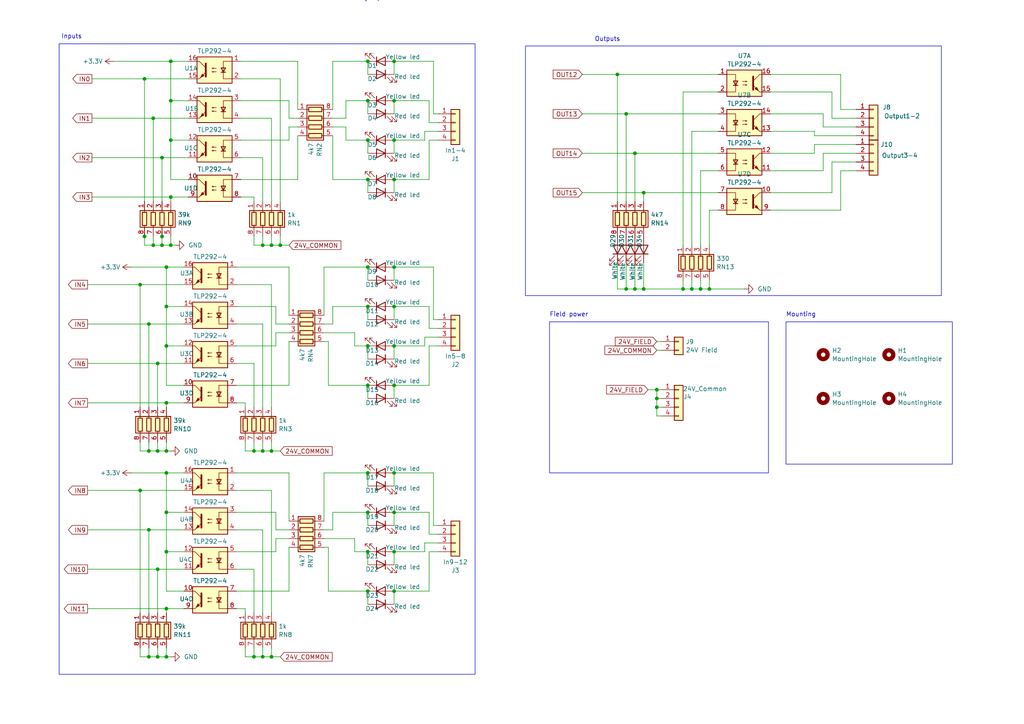
<source format=kicad_sch>
(kicad_sch (version 20231120) (generator "eeschema") (generator_version "8.0")
  (paper "A4")
  (title_block (title "MetalMusings EaserCAT 3000"))
  (lib_symbols
    (symbol "Connector_Generic:Conn_01x02" (pin_names (offset 1.016) hide)
      (property "Reference" "J" (at 0 2.54 0))
      (property "Value" "Conn_01x02" (at 0 -5.08 0))
      (symbol "Conn_01x02_1_1"
        (rectangle (start -1.27 -2.413) (end 0 -2.667) (stroke (width 0.1524)))
        (rectangle (start -1.27 0.127) (end 0 -0.127) (stroke (width 0.1524)))
        (rectangle (start -1.27 1.27) (end 1.27 -3.81) (stroke (width 0.254)) (fill (type background)))
        (pin passive line (at -5.08 0 0) (length 3.81) (name "Pin_1") (number "1"))
        (pin passive line (at -5.08 -2.54 0) (length 3.81) (name "Pin_2") (number "2"))
      )
    )
    (symbol "Connector_Generic:Conn_01x04" (pin_names (offset 1.016) hide)
      (property "Reference" "J" (at 0 5.08 0))
      (property "Value" "Conn_01x04" (at 0 -7.62 0))
      (symbol "Conn_01x04_1_1"
        (rectangle (start -1.27 -4.953) (end 0 -5.207) (stroke (width 0.1524)))
        (rectangle (start -1.27 -2.413) (end 0 -2.667) (stroke (width 0.1524)))
        (rectangle (start -1.27 0.127) (end 0 -0.127) (stroke (width 0.1524)))
        (rectangle (start -1.27 2.667) (end 0 2.413) (stroke (width 0.1524)))
        (rectangle (start -1.27 3.81) (end 1.27 -6.35) (stroke (width 0.254)) (fill (type background)))
        (pin passive line (at -5.08 2.54 0) (length 3.81) (name "Pin_1") (number "1"))
        (pin passive line (at -5.08 0 0) (length 3.81) (name "Pin_2") (number "2"))
        (pin passive line (at -5.08 -2.54 0) (length 3.81) (name "Pin_3") (number "3"))
        (pin passive line (at -5.08 -5.08 0) (length 3.81) (name "Pin_4") (number "4"))
      )
    )
    (symbol "Device:LED" (pin_numbers hide) (pin_names (offset 1.016) hide)
      (property "Reference" "D" (at 0 2.54 0))
      (property "Value" "LED" (at 0 -2.54 0))
      (symbol "LED_0_1"
        (polyline (pts (xy -1.27 -1.27) (xy -1.27 1.27)) (stroke (width 0.254)))
        (polyline (pts (xy -1.27 0) (xy 1.27 0)))
        (polyline (pts (xy 1.27 -1.27) (xy 1.27 1.27) (xy -1.27 0) (xy 1.27 -1.27)) (stroke (width 0.254)))
        (polyline (pts (xy -3.048 -0.762) (xy -4.572 -2.286) (xy -3.81 -2.286) (xy -4.572 -2.286) (xy -4.572 -1.524)))
        (polyline (pts (xy -1.778 -0.762) (xy -3.302 -2.286) (xy -2.54 -2.286) (xy -3.302 -2.286) (xy -3.302 -1.524)))
      )
      (symbol "LED_1_1"
        (pin passive line (at -3.81 0 0) (length 2.54) (name "K") (number "1"))
        (pin passive line (at 3.81 0 180) (length 2.54) (name "A") (number "2"))
      )
    )
    (symbol "Device:R_Pack04" (pin_names (offset 0) hide)
      (property "Reference" "RN" (at -7.62 0 90))
      (property "Value" "R_Pack04" (at 5.08 0 90))
      (symbol "R_Pack04_0_1"
        (rectangle (start -6.35 -2.413) (end 3.81 2.413) (stroke (width 0.254)) (fill (type background)))
        (rectangle (start -5.715 1.905) (end -4.445 -1.905) (stroke (width 0.254)))
        (rectangle (start -3.175 1.905) (end -1.905 -1.905) (stroke (width 0.254)))
        (rectangle (start -0.635 1.905) (end 0.635 -1.905) (stroke (width 0.254)))
        (polyline (pts (xy -5.08 -2.54) (xy -5.08 -1.905)))
        (polyline (pts (xy -5.08 1.905) (xy -5.08 2.54)))
        (polyline (pts (xy -2.54 -2.54) (xy -2.54 -1.905)))
        (polyline (pts (xy -2.54 1.905) (xy -2.54 2.54)))
        (polyline (pts (xy 0 -2.54) (xy 0 -1.905)))
        (polyline (pts (xy 0 1.905) (xy 0 2.54)))
        (polyline (pts (xy 2.54 -2.54) (xy 2.54 -1.905)))
        (polyline (pts (xy 2.54 1.905) (xy 2.54 2.54)))
        (rectangle (start 1.905 1.905) (end 3.175 -1.905) (stroke (width 0.254)))
      )
      (symbol "R_Pack04_1_1"
        (pin passive line (at -5.08 -5.08 90) (length 2.54) (name "R1.1") (number "1"))
        (pin passive line (at -2.54 -5.08 90) (length 2.54) (name "R2.1") (number "2"))
        (pin passive line (at 0 -5.08 90) (length 2.54) (name "R3.1") (number "3"))
        (pin passive line (at 2.54 -5.08 90) (length 2.54) (name "R4.1") (number "4"))
        (pin passive line (at 2.54 5.08 270) (length 2.54) (name "R4.2") (number "5"))
        (pin passive line (at 0 5.08 270) (length 2.54) (name "R3.2") (number "6"))
        (pin passive line (at -2.54 5.08 270) (length 2.54) (name "R2.2") (number "7"))
        (pin passive line (at -5.08 5.08 270) (length 2.54) (name "R1.2") (number "8"))
      )
    )
    (symbol "Isolator:TLP291-4"
      (property "Reference" "U" (at -5.08 5.08 0))
      (property "Value" "TLP291-4" (at 0 5.08 0))
      (symbol "TLP291-4_0_1"
        (rectangle (start -5.08 3.81) (end 5.08 -3.81) (stroke (width 0.254)) (fill (type background)))
        (polyline (pts (xy -3.175 -0.635) (xy -1.905 -0.635)) (stroke (width 0.254)))
        (polyline (pts (xy 2.54 0.635) (xy 4.445 2.54)))
        (polyline (pts (xy 4.445 -2.54) (xy 2.54 -0.635)) (fill (type outline)))
        (polyline (pts (xy 4.445 -2.54) (xy 5.08 -2.54)))
        (polyline (pts (xy 4.445 2.54) (xy 5.08 2.54)))
        (polyline (pts (xy -5.08 2.54) (xy -2.54 2.54) (xy -2.54 0.635)))
        (polyline (pts (xy -2.54 0.635) (xy -2.54 -2.54) (xy -5.08 -2.54)))
        (polyline (pts (xy 2.54 1.905) (xy 2.54 -1.905) (xy 2.54 -1.905)) (stroke (width 0.508)))
        (polyline (pts (xy -2.54 -0.635) (xy -3.175 0.635) (xy -1.905 0.635) (xy -2.54 -0.635)) (stroke (width 0.254)))
        (polyline (pts (xy -0.508 -0.508) (xy 0.762 -0.508) (xy 0.381 -0.635) (xy 0.381 -0.381) (xy 0.762 -0.508)))
        (polyline (pts (xy -0.508 0.508) (xy 0.762 0.508) (xy 0.381 0.381) (xy 0.381 0.635) (xy 0.762 0.508)))
        (polyline (pts (xy 3.048 -1.651) (xy 3.556 -1.143) (xy 4.064 -2.159) (xy 3.048 -1.651) (xy 3.048 -1.651)) (fill (type outline)))
      )
      (symbol "TLP291-4_1_1"
        (pin passive line (at -7.62 2.54 0) (length 2.54) (name "~") (number "1"))
        (pin passive line (at 7.62 -2.54 180) (length 2.54) (name "~") (number "15"))
        (pin passive line (at 7.62 2.54 180) (length 2.54) (name "~") (number "16"))
        (pin passive line (at -7.62 -2.54 0) (length 2.54) (name "~") (number "2"))
      )
      (symbol "TLP291-4_2_1"
        (pin passive line (at 7.62 -2.54 180) (length 2.54) (name "~") (number "13"))
        (pin passive line (at 7.62 2.54 180) (length 2.54) (name "~") (number "14"))
        (pin passive line (at -7.62 2.54 0) (length 2.54) (name "~") (number "3"))
        (pin passive line (at -7.62 -2.54 0) (length 2.54) (name "~") (number "4"))
      )
      (symbol "TLP291-4_3_1"
        (pin passive line (at 7.62 -2.54 180) (length 2.54) (name "~") (number "11"))
        (pin passive line (at 7.62 2.54 180) (length 2.54) (name "~") (number "12"))
        (pin passive line (at -7.62 2.54 0) (length 2.54) (name "~") (number "5"))
        (pin passive line (at -7.62 -2.54 0) (length 2.54) (name "~") (number "6"))
      )
      (symbol "TLP291-4_4_1"
        (pin passive line (at 7.62 2.54 180) (length 2.54) (name "~") (number "10"))
        (pin passive line (at -7.62 2.54 0) (length 2.54) (name "~") (number "7"))
        (pin passive line (at -7.62 -2.54 0) (length 2.54) (name "~") (number "8"))
        (pin passive line (at 7.62 -2.54 180) (length 2.54) (name "~") (number "9"))
      )
    )
    (symbol "Mechanical:MountingHole" (pin_names (offset 1.016)) (exclude_from_sim yes) (in_bom no)
      (property "Reference" "H" (at 0 5.08 0))
      (property "Value" "MountingHole" (at 0 3.175 0))
      (symbol "MountingHole_0_1"
        (circle (center 0 0) (radius 1.27) (stroke (width 1.27)))
      )
    )
    (symbol "power:+3.3V" (power) (pin_names (offset 0))
      (property "Value" "+3.3V" (at 0 3.556 0))
      (symbol "+3.3V_0_1"
        (polyline (pts (xy -0.762 1.27) (xy 0 2.54)))
        (polyline (pts (xy 0 0) (xy 0 2.54)))
        (polyline (pts (xy 0 2.54) (xy 0.762 1.27)))
      )
      (symbol "+3.3V_1_1"
        (pin power_in line (at 0 0 90) (length 0) hide (name "+3.3V") (number "1"))
      )
    )
    (symbol "power:GND" (power) (pin_names (offset 0))
      (property "Value" "GND" (at 0 -3.81 0))
      (symbol "GND_0_1"
        (polyline (pts (xy 0 0) (xy 0 -1.27) (xy 1.27 -1.27) (xy 0 -2.54) (xy -1.27 -1.27) (xy 0 -1.27)))
      )
      (symbol "GND_1_1"
        (pin power_in line (at 0 0 270) (length 0) hide (name "GND") (number "1"))
      )
    )
  )
  (junction (at 106.68 52.07))
  (junction (at 106.68 29.21))
  (junction (at 205.74 83.82))
  (junction (at 49.53 29.21))
  (junction (at 203.2 83.82))
  (junction (at 78.74 130.81))
  (junction (at 40.64 82.55))
  (junction (at 46.99 68.58))
  (junction (at 114.3 111.76))
  (junction (at 48.26 77.47))
  (junction (at 106.68 88.9))
  (junction (at 190.5 113.03))
  (junction (at 114.3 17.78))
  (junction (at 48.26 137.16))
  (junction (at 114.3 77.47))
  (junction (at 114.3 148.59))
  (junction (at 181.61 33.02))
  (junction (at 106.68 40.64))
  (junction (at 186.69 55.88))
  (junction (at 76.2 190.5))
  (junction (at 41.91 68.58))
  (junction (at 114.3 100.33))
  (junction (at 114.3 160.02))
  (junction (at 186.69 83.82))
  (junction (at 49.53 17.78))
  (junction (at 49.53 57.15))
  (junction (at 48.26 88.9))
  (junction (at 114.3 29.21))
  (junction (at 41.91 22.86))
  (junction (at 106.68 100.33))
  (junction (at 45.72 105.41))
  (junction (at 43.18 93.98))
  (junction (at 48.26 130.81))
  (junction (at 43.18 130.81))
  (junction (at 43.18 153.67))
  (junction (at 43.18 190.5))
  (junction (at 48.26 148.59))
  (junction (at 200.66 83.82))
  (junction (at 190.5 118.11))
  (junction (at 45.72 130.81))
  (junction (at 78.74 71.12))
  (junction (at 114.3 52.07))
  (junction (at 49.53 40.64))
  (junction (at 106.68 148.59))
  (junction (at 48.26 160.02))
  (junction (at 114.3 137.16))
  (junction (at 106.68 137.16))
  (junction (at 184.15 83.82))
  (junction (at 49.53 71.12))
  (junction (at 78.74 190.5))
  (junction (at 190.5 115.57))
  (junction (at 45.72 190.5))
  (junction (at 44.45 34.29))
  (junction (at 181.61 83.82))
  (junction (at 106.68 17.78))
  (junction (at 106.68 111.76))
  (junction (at 46.99 45.72))
  (junction (at 198.12 83.82))
  (junction (at 48.26 176.53))
  (junction (at 76.2 71.12))
  (junction (at 106.68 160.02))
  (junction (at 48.26 100.33))
  (junction (at 40.64 142.24))
  (junction (at 81.28 71.12))
  (junction (at 106.68 171.45))
  (junction (at 179.07 21.59))
  (junction (at 106.68 77.47))
  (junction (at 114.3 88.9))
  (junction (at 48.26 116.84))
  (junction (at 73.66 130.81))
  (junction (at 114.3 40.64))
  (junction (at 76.2 130.81))
  (junction (at 48.26 190.5))
  (junction (at 114.3 171.45))
  (junction (at 44.45 71.12))
  (junction (at 184.15 44.45))
  (junction (at 73.66 190.5))
  (junction (at 46.99 71.12))
  (junction (at 45.72 165.1))
  (wire (pts (xy 48.26 130.81) (xy 48.26 128.27)))
  (wire (pts (xy 93.98 156.21) (xy 102.87 156.21)))
  (wire (pts (xy 45.72 130.81) (xy 43.18 130.81)))
  (wire (pts (xy 127 40.64) (xy 124.46 40.64)))
  (wire (pts (xy 49.53 29.21) (xy 49.53 17.78)))
  (wire (pts (xy 26.67 22.86) (xy 41.91 22.86)))
  (wire (pts (xy 236.22 39.37) (xy 248.285 39.37)))
  (wire (pts (xy 48.26 190.5) (xy 48.26 187.96)))
  (wire (pts (xy 243.84 49.53) (xy 248.285 49.53)))
  (wire (pts (xy 83.82 29.21) (xy 83.82 34.29)))
  (wire (pts (xy 184.15 83.82) (xy 186.69 83.82)))
  (wire (pts (xy 236.22 38.1) (xy 236.22 39.37)))
  (wire (pts (xy 68.58 111.76) (xy 83.82 111.76)))
  (wire (pts (xy 25.4 153.67) (xy 43.18 153.67)))
  (wire (pts (xy 96.52 39.37) (xy 96.52 52.07)))
  (wire (pts (xy 68.58 165.1) (xy 73.66 165.1)))
  (wire (pts (xy 49.53 40.64) (xy 54.61 40.64)))
  (wire (pts (xy 43.18 93.98) (xy 53.34 93.98)))
  (wire (pts (xy 76.2 45.72) (xy 76.2 58.42)))
  (wire (pts (xy 49.53 71.12) (xy 46.99 71.12)))
  (wire (pts (xy 96.52 36.83) (xy 100.33 36.83)))
  (wire (pts (xy 125.73 92.71) (xy 127 92.71)))
  (wire (pts (xy 68.58 93.98) (xy 76.2 93.98)))
  (wire (pts (xy 93.98 99.06) (xy 95.25 99.06)))
  (wire (pts (xy 124.46 40.64) (xy 124.46 52.07)))
  (wire (pts (xy 49.53 17.78) (xy 54.61 17.78)))
  (wire (pts (xy 80.01 160.02) (xy 68.58 160.02)))
  (wire (pts (xy 236.22 44.45) (xy 236.22 41.91)))
  (wire (pts (xy 48.26 77.47) (xy 38.1 77.47)))
  (wire (pts (xy 83.82 137.16) (xy 83.82 151.13)))
  (wire (pts (xy 48.26 148.59) (xy 53.34 148.59)))
  (wire (pts (xy 100.33 36.83) (xy 100.33 40.64)))
  (wire (pts (xy 40.64 190.5) (xy 40.64 187.96)))
  (wire (pts (xy 48.26 137.16) (xy 53.34 137.16)))
  (wire (pts (xy 81.28 22.86) (xy 81.28 58.42)))
  (wire (pts (xy 44.45 34.29) (xy 44.45 58.42)))
  (wire (pts (xy 191.77 99.06) (xy 190.5 99.06)))
  (wire (pts (xy 76.2 187.96) (xy 76.2 190.5)))
  (wire (pts (xy 83.82 77.47) (xy 83.82 91.44)))
  (wire (pts (xy 223.52 38.1) (xy 236.22 38.1)))
  (wire (pts (xy 26.67 45.72) (xy 46.99 45.72)))
  (wire (pts (xy 114.3 17.78) (xy 114.3 21.59)))
  (wire (pts (xy 40.64 177.8) (xy 40.64 142.24)))
  (wire (pts (xy 80.01 100.33) (xy 68.58 100.33)))
  (wire (pts (xy 123.19 160.02) (xy 114.3 160.02)))
  (wire (pts (xy 127 97.79) (xy 123.19 97.79)))
  (wire (pts (xy 187.96 113.03) (xy 190.5 113.03)))
  (wire (pts (xy 26.67 57.15) (xy 49.53 57.15)))
  (wire (pts (xy 49.53 130.81) (xy 48.26 130.81)))
  (wire (pts (xy 114.3 111.76) (xy 114.3 115.57)))
  (wire (pts (xy 46.99 45.72) (xy 46.99 58.42)))
  (wire (pts (xy 48.26 160.02) (xy 53.34 160.02)))
  (wire (pts (xy 69.85 45.72) (xy 76.2 45.72)))
  (wire (pts (xy 76.2 130.81) (xy 78.74 130.81)))
  (wire (pts (xy 25.4 142.24) (xy 40.64 142.24)))
  (wire (pts (xy 208.28 38.1) (xy 200.66 38.1)))
  (wire (pts (xy 106.68 171.45) (xy 106.68 175.26)))
  (wire (pts (xy 100.33 29.21) (xy 100.33 34.29)))
  (wire (pts (xy 46.99 67.31) (xy 46.99 68.58)))
  (wire (pts (xy 223.52 55.88) (xy 241.3 55.88)))
  (wire (pts (xy 83.82 34.29) (xy 86.36 34.29)))
  (wire (pts (xy 46.99 45.72) (xy 54.61 45.72)))
  (wire (pts (xy 71.12 190.5) (xy 73.66 190.5)))
  (wire (pts (xy 80.01 88.9) (xy 80.01 93.98)))
  (wire (pts (xy 49.53 52.07) (xy 49.53 40.64)))
  (wire (pts (xy 45.72 130.81) (xy 45.72 128.27)))
  (wire (pts (xy 43.18 190.5) (xy 40.64 190.5)))
  (wire (pts (xy 190.5 113.03) (xy 191.77 113.03)))
  (wire (pts (xy 68.58 105.41) (xy 73.66 105.41)))
  (wire (pts (xy 78.74 187.96) (xy 78.74 190.5)))
  (wire (pts (xy 45.72 177.8) (xy 45.72 165.1)))
  (wire (pts (xy 190.5 118.11) (xy 190.5 115.57)))
  (wire (pts (xy 125.73 92.71) (xy 125.73 77.47)))
  (wire (pts (xy 114.3 40.64) (xy 114.3 44.45)))
  (wire (pts (xy 124.46 29.21) (xy 114.3 29.21)))
  (wire (pts (xy 49.53 57.15) (xy 54.61 57.15)))
  (wire (pts (xy 102.87 160.02) (xy 106.68 160.02)))
  (wire (pts (xy 48.26 176.53) (xy 53.34 176.53)))
  (wire (pts (xy 190.5 115.57) (xy 190.5 113.03)))
  (wire (pts (xy 243.84 49.53) (xy 243.84 60.96)))
  (wire (pts (xy 25.4 176.53) (xy 48.26 176.53)))
  (wire (pts (xy 102.87 156.21) (xy 102.87 160.02)))
  (wire (pts (xy 124.46 171.45) (xy 114.3 171.45)))
  (wire (pts (xy 114.3 100.33) (xy 114.3 104.14)))
  (wire (pts (xy 123.19 157.48) (xy 123.19 160.02)))
  (wire (pts (xy 83.82 36.83) (xy 83.82 40.64)))
  (wire (pts (xy 49.53 71.12) (xy 49.53 68.58)))
  (wire (pts (xy 124.46 88.9) (xy 114.3 88.9)))
  (wire (pts (xy 68.58 116.84) (xy 71.12 116.84)))
  (wire (pts (xy 48.26 116.84) (xy 53.34 116.84)))
  (wire (pts (xy 73.66 187.96) (xy 73.66 190.5)))
  (wire (pts (xy 96.52 93.98) (xy 93.98 93.98)))
  (wire (pts (xy 95.25 99.06) (xy 95.25 111.76)))
  (wire (pts (xy 181.61 33.02) (xy 208.28 33.02)))
  (wire (pts (xy 127 95.25) (xy 124.46 95.25)))
  (wire (pts (xy 124.46 95.25) (xy 124.46 88.9)))
  (wire (pts (xy 223.52 26.67) (xy 241.3 26.67)))
  (wire (pts (xy 238.76 49.53) (xy 223.52 49.53)))
  (wire (pts (xy 73.66 71.12) (xy 76.2 71.12)))
  (wire (pts (xy 123.19 97.79) (xy 123.19 100.33)))
  (wire (pts (xy 69.85 17.78) (xy 86.36 17.78)))
  (wire (pts (xy 96.52 17.78) (xy 106.68 17.78)))
  (wire (pts (xy 73.66 165.1) (xy 73.66 177.8)))
  (wire (pts (xy 44.45 71.12) (xy 44.45 68.58)))
  (wire (pts (xy 80.01 153.67) (xy 83.82 153.67)))
  (wire (pts (xy 45.72 165.1) (xy 53.34 165.1)))
  (wire (pts (xy 48.26 137.16) (xy 38.1 137.16)))
  (wire (pts (xy 106.68 111.76) (xy 106.68 115.57)))
  (wire (pts (xy 80.01 156.21) (xy 80.01 160.02)))
  (wire (pts (xy 114.3 88.9) (xy 114.3 92.71)))
  (wire (pts (xy 41.91 67.31) (xy 41.91 68.58)))
  (wire (pts (xy 168.91 44.45) (xy 184.15 44.45)))
  (wire (pts (xy 76.2 153.67) (xy 76.2 177.8)))
  (wire (pts (xy 45.72 105.41) (xy 53.34 105.41)))
  (wire (pts (xy 179.07 21.59) (xy 208.28 21.59)))
  (wire (pts (xy 106.68 160.02) (xy 106.68 163.83)))
  (wire (pts (xy 81.28 68.58) (xy 81.28 71.12)))
  (wire (pts (xy 68.58 88.9) (xy 80.01 88.9)))
  (wire (pts (xy 127 35.56) (xy 124.46 35.56)))
  (wire (pts (xy 43.18 118.11) (xy 43.18 93.98)))
  (wire (pts (xy 44.45 34.29) (xy 54.61 34.29)))
  (wire (pts (xy 46.99 71.12) (xy 44.45 71.12)))
  (wire (pts (xy 43.18 177.8) (xy 43.18 153.67)))
  (wire (pts (xy 248.285 44.45) (xy 238.76 44.45)))
  (wire (pts (xy 68.58 137.16) (xy 83.82 137.16)))
  (wire (pts (xy 123.19 38.1) (xy 123.19 40.64)))
  (wire (pts (xy 68.58 77.47) (xy 83.82 77.47)))
  (wire (pts (xy 80.01 96.52) (xy 80.01 100.33)))
  (wire (pts (xy 83.82 156.21) (xy 80.01 156.21)))
  (wire (pts (xy 114.3 137.16) (xy 114.3 140.97)))
  (wire (pts (xy 184.15 76.2) (xy 184.15 83.82)))
  (wire (pts (xy 168.91 21.59) (xy 179.07 21.59)))
  (wire (pts (xy 96.52 148.59) (xy 106.68 148.59)))
  (wire (pts (xy 223.52 44.45) (xy 236.22 44.45)))
  (wire (pts (xy 100.33 40.64) (xy 106.68 40.64)))
  (wire (pts (xy 78.74 68.58) (xy 78.74 71.12)))
  (wire (pts (xy 71.12 128.27) (xy 71.12 130.81)))
  (wire (pts (xy 125.73 137.16) (xy 114.3 137.16)))
  (wire (pts (xy 73.66 105.41) (xy 73.66 118.11)))
  (wire (pts (xy 198.12 83.82) (xy 200.66 83.82)))
  (wire (pts (xy 238.76 36.83) (xy 238.76 33.02)))
  (wire (pts (xy 102.87 100.33) (xy 106.68 100.33)))
  (wire (pts (xy 127 38.1) (xy 123.19 38.1)))
  (wire (pts (xy 241.3 34.29) (xy 248.285 34.29)))
  (wire (pts (xy 48.26 190.5) (xy 45.72 190.5)))
  (wire (pts (xy 184.15 44.45) (xy 184.15 58.42)))
  (wire (pts (xy 44.45 71.12) (xy 41.91 71.12)))
  (wire (pts (xy 168.91 33.02) (xy 181.61 33.02)))
  (wire (pts (xy 96.52 31.75) (xy 96.52 17.78)))
  (wire (pts (xy 43.18 190.5) (xy 43.18 187.96)))
  (wire (pts (xy 81.28 190.5) (xy 78.74 190.5)))
  (wire (pts (xy 124.46 160.02) (xy 124.46 171.45)))
  (wire (pts (xy 68.58 153.67) (xy 76.2 153.67)))
  (wire (pts (xy 48.26 160.02) (xy 48.26 148.59)))
  (wire (pts (xy 41.91 22.86) (xy 41.91 58.42)))
  (wire (pts (xy 238.76 33.02) (xy 223.52 33.02)))
  (wire (pts (xy 78.74 82.55) (xy 78.74 118.11)))
  (wire (pts (xy 106.68 17.78) (xy 106.68 21.59)))
  (wire (pts (xy 73.66 130.81) (xy 76.2 130.81)))
  (wire (pts (xy 106.68 100.33) (xy 106.68 104.14)))
  (wire (pts (xy 43.18 130.81) (xy 40.64 130.81)))
  (wire (pts (xy 200.66 83.82) (xy 203.2 83.82)))
  (wire (pts (xy 125.73 33.02) (xy 127 33.02)))
  (wire (pts (xy 68.58 82.55) (xy 78.74 82.55)))
  (wire (pts (xy 40.64 118.11) (xy 40.64 82.55)))
  (wire (pts (xy 114.3 148.59) (xy 114.3 152.4)))
  (wire (pts (xy 25.4 82.55) (xy 40.64 82.55)))
  (wire (pts (xy 243.84 21.59) (xy 223.52 21.59)))
  (wire (pts (xy 73.66 128.27) (xy 73.66 130.81)))
  (wire (pts (xy 49.53 190.5) (xy 48.26 190.5)))
  (wire (pts (xy 191.77 120.65) (xy 190.5 120.65)))
  (wire (pts (xy 205.74 83.82) (xy 215.9 83.82)))
  (wire (pts (xy 54.61 52.07) (xy 49.53 52.07)))
  (wire (pts (xy 49.53 29.21) (xy 54.61 29.21)))
  (wire (pts (xy 124.46 111.76) (xy 114.3 111.76)))
  (wire (pts (xy 25.4 116.84) (xy 48.26 116.84)))
  (wire (pts (xy 208.28 60.96) (xy 205.74 60.96)))
  (wire (pts (xy 41.91 22.86) (xy 54.61 22.86)))
  (wire (pts (xy 124.46 35.56) (xy 124.46 29.21)))
  (wire (pts (xy 184.15 44.45) (xy 208.28 44.45)))
  (wire (pts (xy 83.82 171.45) (xy 83.82 158.75)))
  (wire (pts (xy 71.12 116.84) (xy 71.12 118.11)))
  (wire (pts (xy 114.3 29.21) (xy 114.3 33.02)))
  (wire (pts (xy 96.52 148.59) (xy 96.52 153.67)))
  (wire (pts (xy 78.74 142.24) (xy 78.74 177.8)))
  (wire (pts (xy 96.52 52.07) (xy 106.68 52.07)))
  (wire (pts (xy 83.82 71.12) (xy 81.28 71.12)))
  (wire (pts (xy 48.26 100.33) (xy 53.34 100.33)))
  (wire (pts (xy 80.01 148.59) (xy 80.01 153.67)))
  (wire (pts (xy 208.28 26.67) (xy 198.12 26.67)))
  (wire (pts (xy 181.61 76.2) (xy 181.61 83.82)))
  (wire (pts (xy 236.22 41.91) (xy 248.285 41.91)))
  (wire (pts (xy 68.58 142.24) (xy 78.74 142.24)))
  (wire (pts (xy 48.26 77.47) (xy 53.34 77.47)))
  (wire (pts (xy 40.64 82.55) (xy 53.34 82.55)))
  (wire (pts (xy 243.84 31.75) (xy 248.285 31.75)))
  (wire (pts (xy 25.4 93.98) (xy 43.18 93.98)))
  (wire (pts (xy 106.68 52.07) (xy 106.68 55.88)))
  (wire (pts (xy 86.36 39.37) (xy 86.36 52.07)))
  (wire (pts (xy 68.58 176.53) (xy 71.12 176.53)))
  (wire (pts (xy 243.84 60.96) (xy 223.52 60.96)))
  (wire (pts (xy 186.69 76.2) (xy 186.69 83.82)))
  (wire (pts (xy 68.58 148.59) (xy 80.01 148.59)))
  (wire (pts (xy 190.5 115.57) (xy 191.77 115.57)))
  (wire (pts (xy 127 154.94) (xy 124.46 154.94)))
  (wire (pts (xy 179.07 21.59) (xy 179.07 58.42)))
  (wire (pts (xy 95.25 171.45) (xy 106.68 171.45)))
  (wire (pts (xy 93.98 151.13) (xy 93.98 137.16)))
  (wire (pts (xy 205.74 60.96) (xy 205.74 71.12)))
  (wire (pts (xy 125.73 33.02) (xy 125.73 17.78)))
  (wire (pts (xy 124.46 154.94) (xy 124.46 148.59)))
  (wire (pts (xy 241.3 55.88) (xy 241.3 46.99)))
  (wire (pts (xy 43.18 130.81) (xy 43.18 128.27)))
  (wire (pts (xy 76.2 128.27) (xy 76.2 130.81)))
  (wire (pts (xy 78.74 71.12) (xy 81.28 71.12)))
  (wire (pts (xy 46.99 71.12) (xy 46.99 68.58)))
  (wire (pts (xy 69.85 40.64) (xy 83.82 40.64)))
  (wire (pts (xy 205.74 81.28) (xy 205.74 83.82)))
  (wire (pts (xy 106.68 40.64) (xy 106.68 44.45)))
  (wire (pts (xy 95.25 111.76) (xy 106.68 111.76)))
  (wire (pts (xy 96.52 88.9) (xy 96.52 93.98)))
  (wire (pts (xy 124.46 100.33) (xy 124.46 111.76)))
  (wire (pts (xy 238.76 44.45) (xy 238.76 49.53)))
  (wire (pts (xy 49.53 57.15) (xy 49.53 58.42)))
  (wire (pts (xy 71.12 176.53) (xy 71.12 177.8)))
  (wire (pts (xy 125.73 77.47) (xy 114.3 77.47)))
  (wire (pts (xy 93.98 91.44) (xy 93.98 77.47)))
  (wire (pts (xy 48.26 111.76) (xy 48.26 100.33)))
  (wire (pts (xy 203.2 49.53) (xy 203.2 71.12)))
  (wire (pts (xy 73.66 68.58) (xy 73.66 71.12)))
  (wire (pts (xy 241.3 26.67) (xy 241.3 34.29)))
  (wire (pts (xy 102.87 96.52) (xy 102.87 100.33)))
  (wire (pts (xy 48.26 148.59) (xy 48.26 137.16)))
  (wire (pts (xy 123.19 100.33) (xy 114.3 100.33)))
  (wire (pts (xy 69.85 29.21) (xy 83.82 29.21)))
  (wire (pts (xy 114.3 160.02) (xy 114.3 163.83)))
  (wire (pts (xy 181.61 33.02) (xy 181.61 58.42)))
  (wire (pts (xy 106.68 88.9) (xy 106.68 92.71)))
  (wire (pts (xy 76.2 71.12) (xy 78.74 71.12)))
  (wire (pts (xy 190.5 120.65) (xy 190.5 118.11)))
  (wire (pts (xy 48.26 171.45) (xy 48.26 160.02)))
  (wire (pts (xy 86.36 36.83) (xy 83.82 36.83)))
  (wire (pts (xy 48.26 100.33) (xy 48.26 88.9)))
  (wire (pts (xy 71.12 187.96) (xy 71.12 190.5)))
  (wire (pts (xy 86.36 31.75) (xy 86.36 17.78)))
  (wire (pts (xy 40.64 130.81) (xy 40.64 128.27)))
  (wire (pts (xy 181.61 83.82) (xy 184.15 83.82)))
  (wire (pts (xy 78.74 128.27) (xy 78.74 130.81)))
  (wire (pts (xy 48.26 130.81) (xy 45.72 130.81)))
  (wire (pts (xy 41.91 71.12) (xy 41.91 68.58)))
  (wire (pts (xy 127 160.02) (xy 124.46 160.02)))
  (wire (pts (xy 127 157.48) (xy 123.19 157.48)))
  (wire (pts (xy 69.85 34.29) (xy 78.74 34.29)))
  (wire (pts (xy 73.66 190.5) (xy 76.2 190.5)))
  (wire (pts (xy 25.4 165.1) (xy 45.72 165.1)))
  (wire (pts (xy 40.64 142.24) (xy 53.34 142.24)))
  (wire (pts (xy 71.12 130.81) (xy 73.66 130.81)))
  (wire (pts (xy 49.53 40.64) (xy 49.53 29.21)))
  (wire (pts (xy 186.69 58.42) (xy 186.69 55.88)))
  (wire (pts (xy 127 100.33) (xy 124.46 100.33)))
  (wire (pts (xy 53.34 111.76) (xy 48.26 111.76)))
  (wire (pts (xy 45.72 190.5) (xy 45.72 187.96)))
  (wire (pts (xy 198.12 26.67) (xy 198.12 71.12)))
  (wire (pts (xy 48.26 118.11) (xy 48.26 116.84)))
  (wire (pts (xy 106.68 137.16) (xy 106.68 140.97)))
  (wire (pts (xy 190.5 101.6) (xy 191.77 101.6)))
  (wire (pts (xy 125.73 152.4) (xy 127 152.4)))
  (wire (pts (xy 124.46 52.07) (xy 114.3 52.07)))
  (wire (pts (xy 76.2 68.58) (xy 76.2 71.12)))
  (wire (pts (xy 48.26 177.8) (xy 48.26 176.53)))
  (wire (pts (xy 114.3 171.45) (xy 114.3 175.26)))
  (wire (pts (xy 95.25 158.75) (xy 95.25 171.45)))
  (wire (pts (xy 48.26 88.9) (xy 48.26 77.47)))
  (wire (pts (xy 179.07 83.82) (xy 181.61 83.82)))
  (wire (pts (xy 76.2 93.98) (xy 76.2 118.11)))
  (wire (pts (xy 49.53 17.78) (xy 33.02 17.78)))
  (wire (pts (xy 106.68 77.47) (xy 106.68 81.28)))
  (wire (pts (xy 45.72 118.11) (xy 45.72 105.41)))
  (wire (pts (xy 198.12 81.28) (xy 198.12 83.82)))
  (wire (pts (xy 78.74 34.29) (xy 78.74 58.42)))
  (wire (pts (xy 186.69 83.82) (xy 198.12 83.82)))
  (wire (pts (xy 100.33 29.21) (xy 106.68 29.21)))
  (wire (pts (xy 123.19 40.64) (xy 114.3 40.64)))
  (wire (pts (xy 243.84 31.75) (xy 243.84 21.59)))
  (wire (pts (xy 106.68 148.59) (xy 106.68 152.4)))
  (wire (pts (xy 69.85 57.15) (xy 73.66 57.15)))
  (wire (pts (xy 190.5 118.11) (xy 191.77 118.11)))
  (wire (pts (xy 125.73 152.4) (xy 125.73 137.16)))
  (wire (pts (xy 93.98 158.75) (xy 95.25 158.75)))
  (wire (pts (xy 106.68 29.21) (xy 106.68 33.02)))
  (wire (pts (xy 208.28 49.53) (xy 203.2 49.53)))
  (wire (pts (xy 83.82 111.76) (xy 83.82 99.06)))
  (wire (pts (xy 96.52 88.9) (xy 106.68 88.9)))
  (wire (pts (xy 76.2 190.5) (xy 78.74 190.5)))
  (wire (pts (xy 83.82 96.52) (xy 80.01 96.52)))
  (wire (pts (xy 48.26 88.9) (xy 53.34 88.9)))
  (wire (pts (xy 200.66 81.28) (xy 200.66 83.82)))
  (wire (pts (xy 45.72 190.5) (xy 43.18 190.5)))
  (wire (pts (xy 114.3 77.47) (xy 114.3 81.28)))
  (wire (pts (xy 125.73 17.78) (xy 114.3 17.78)))
  (wire (pts (xy 93.98 137.16) (xy 106.68 137.16)))
  (wire (pts (xy 248.285 36.83) (xy 238.76 36.83)))
  (wire (pts (xy 203.2 81.28) (xy 203.2 83.82)))
  (wire (pts (xy 203.2 83.82) (xy 205.74 83.82)))
  (wire (pts (xy 26.67 34.29) (xy 44.45 34.29)))
  (wire (pts (xy 25.4 105.41) (xy 45.72 105.41)))
  (wire (pts (xy 241.3 46.99) (xy 248.285 46.99)))
  (wire (pts (xy 200.66 38.1) (xy 200.66 71.12)))
  (wire (pts (xy 124.46 148.59) (xy 114.3 148.59)))
  (wire (pts (xy 53.34 171.45) (xy 48.26 171.45)))
  (wire (pts (xy 68.58 171.45) (xy 83.82 171.45)))
  (wire (pts (xy 96.52 153.67) (xy 93.98 153.67)))
  (wire (pts (xy 69.85 22.86) (xy 81.28 22.86)))
  (wire (pts (xy 100.33 34.29) (xy 96.52 34.29)))
  (wire (pts (xy 114.3 52.07) (xy 114.3 55.88)))
  (wire (pts (xy 81.28 130.81) (xy 78.74 130.81)))
  (wire (pts (xy 93.98 77.47) (xy 106.68 77.47)))
  (wire (pts (xy 168.91 55.88) (xy 186.69 55.88)))
  (wire (pts (xy 73.66 57.15) (xy 73.66 58.42)))
  (wire (pts (xy 179.07 76.2) (xy 179.07 83.82)))
  (wire (pts (xy 43.18 153.67) (xy 53.34 153.67)))
  (wire (pts (xy 186.69 55.88) (xy 208.28 55.88)))
  (wire (pts (xy 50.8 71.12) (xy 49.53 71.12)))
  (wire (pts (xy 69.85 52.07) (xy 86.36 52.07)))
  (wire (pts (xy 93.98 96.52) (xy 102.87 96.52)))
  (wire (pts (xy 80.01 93.98) (xy 83.82 93.98)))
  (rectangle (start 152.4 13.335) (end 273.05 85.725))
  (rectangle (start 159.385 93.345) (end 222.885 137.16))
  (rectangle (start 17.145 12.7) (end 137.795 195.58))
  (rectangle (start 227.965 93.345) (end 276.225 134.62))
  (text "Inputs" (at 17.78 11.43 0) (effects (font (size 1.27 1.27)) (justify left bottom)))
  (text "Mounting" (at 227.965 92.075 0) (effects (font (size 1.27 1.27)) (justify left bottom)))
  (text "Outputs" (at 172.466 12.192 0) (effects (font (size 1.27 1.27)) (justify left bottom)))
  (text "Field power" (at 159.385 92.075 0) (effects (font (size 1.27 1.27)) (justify left bottom)))
  (text "Note: TLP292-4 has two photo diodes with opposite polarity. \nIt can handle AC and any polarity DC.\nTherefore, 24V_COMMON can be either positive or negative.\nSelect with jumper" (at 94.234 -3.556 0) (effects (font (size 1.27 1.27)) (justify left)))
  (global_label "24V_FIELD" (shape input) (at 190.5 99.06 180) (property "Intersheetrefs" "${INTERSHEET_REFS}" (effects (hide yes))))
  (global_label "OUT12" (shape input) (at 168.91 21.59 180) (property "Intersheetrefs" "${INTERSHEET_REFS}" (effects (hide yes))))
  (global_label "OUT14" (shape input) (at 168.91 44.45 180) (property "Intersheetrefs" "${INTERSHEET_REFS}" (effects (hide yes))))
  (global_label "IN7" (shape output) (at 25.4 116.84 180) (property "Intersheetrefs" "${INTERSHEET_REFS}" (effects (hide yes))))
  (global_label "IN9" (shape output) (at 25.4 153.67 180) (property "Intersheetrefs" "${INTERSHEET_REFS}" (effects (hide yes))))
  (global_label "IN11" (shape output) (at 25.4 176.53 180) (property "Intersheetrefs" "${INTERSHEET_REFS}" (effects (hide yes))))
  (global_label "IN8" (shape output) (at 25.4 142.24 180) (property "Intersheetrefs" "${INTERSHEET_REFS}" (effects (hide yes))))
  (global_label "24V_COMMON" (shape input) (at 81.28 190.5 0) (property "Intersheetrefs" "${INTERSHEET_REFS}" (effects (hide yes))))
  (global_label "24V_COMMON" (shape input) (at 81.28 130.81 0) (property "Intersheetrefs" "${INTERSHEET_REFS}" (effects (hide yes))))
  (global_label "IN5" (shape output) (at 25.4 93.98 180) (property "Intersheetrefs" "${INTERSHEET_REFS}" (effects (hide yes))))
  (global_label "OUT15" (shape input) (at 168.91 55.88 180) (property "Intersheetrefs" "${INTERSHEET_REFS}" (effects (hide yes))))
  (global_label "IN6" (shape output) (at 25.4 105.41 180) (property "Intersheetrefs" "${INTERSHEET_REFS}" (effects (hide yes))))
  (global_label "24V_COMMON" (shape input) (at 190.5 101.6 180) (property "Intersheetrefs" "${INTERSHEET_REFS}" (effects (hide yes))))
  (global_label "24V_COMMON" (shape input) (at 83.82 71.12 0) (property "Intersheetrefs" "${INTERSHEET_REFS}" (effects (hide yes))))
  (global_label "IN3" (shape output) (at 26.67 57.15 180) (property "Intersheetrefs" "${INTERSHEET_REFS}" (effects (hide yes))))
  (global_label "IN4" (shape output) (at 25.4 82.55 180) (property "Intersheetrefs" "${INTERSHEET_REFS}" (effects (hide yes))))
  (global_label "OUT13" (shape input) (at 168.91 33.02 180) (property "Intersheetrefs" "${INTERSHEET_REFS}" (effects (hide yes))))
  (global_label "IN0" (shape output) (at 26.67 22.86 180) (property "Intersheetrefs" "${INTERSHEET_REFS}" (effects (hide yes))))
  (global_label "IN10" (shape output) (at 25.4 165.1 180) (property "Intersheetrefs" "${INTERSHEET_REFS}" (effects (hide yes))))
  (global_label "IN1" (shape output) (at 26.67 34.29 180) (property "Intersheetrefs" "${INTERSHEET_REFS}" (effects (hide yes))))
  (global_label "IN2" (shape output) (at 26.67 45.72 180) (property "Intersheetrefs" "${INTERSHEET_REFS}" (effects (hide yes))))
  (global_label "24V_FIELD" (shape input) (at 187.96 113.03 180) (property "Intersheetrefs" "${INTERSHEET_REFS}" (effects (hide yes))))
  (symbol (lib_id "Isolator:TLP291-4") (at 62.23 31.75 0) (mirror y) (unit 2)
    (property "Reference" "U1" (at 55.626 31.496 0))
    (property "Value" "TLP292-4" (at 62.23 26.2199 0))
    (property "Footprint" "Package_SO:SOIC-16_4.55x10.3mm_P1.27mm" (effects (hide yes)))
    (property "Datasheet" "https://toshiba.semicon-storage.com/info/docget.jsp?did=12858&prodName=TLP291-4" (effects (hide yes)))
  )
  (symbol (lib_id "Device:LED") (at 110.49 100.33 0) (mirror x) (unit 1)
    (property "Reference" "D13" (at 107.95 101.6 0))
    (property "Value" "Yellow led" (at 116.84 99.06 0))
    (property "Footprint" "LED_SMD:LED_0603_1608Metric" (effects (hide yes)))
  )
  (symbol (lib_id "Connector_Generic:Conn_01x04") (at 132.08 35.56 0) (unit 1)
    (property "Reference" "J1" (at 132.08 46.0543 0))
    (property "Value" "In1-4" (at 132.08 43.6301 0))
    (property "Footprint" "Connector_Phoenix_MC:PhoenixContact_MCV_1,5_4-G-3.5_1x04_P3.50mm_Vertical" (effects (hide yes)))
  )
  (symbol (lib_id "Isolator:TLP291-4") (at 60.96 162.56 0) (mirror y) (unit 3)
    (property "Reference" "U4" (at 53.848 162.306 0))
    (property "Value" "TLP292-4" (at 60.96 157.0299 0))
    (property "Footprint" "Package_SO:SOIC-16_4.55x10.3mm_P1.27mm" (effects (hide yes)))
    (property "Datasheet" "https://toshiba.semicon-storage.com/info/docget.jsp?did=12858&prodName=TLP291-4" (effects (hide yes)))
  )
  (symbol (lib_id "Connector_Generic:Conn_01x04") (at 253.365 44.45 0) (unit 1)
    (property "Reference" "J10" (at 257.175 41.91 0))
    (property "Value" "Output3-4" (at 260.985 45.085 0))
    (property "Footprint" "Connector_Phoenix_MC:PhoenixContact_MCV_1,5_4-G-3.5_1x04_P3.50mm_Vertical" (effects (hide yes)))
  )
  (symbol (lib_id "Isolator:TLP291-4") (at 215.9 35.56 0) (unit 2)
    (property "Reference" "U7" (at 215.9 27.6057 0))
    (property "Value" "TLP292-4" (at 215.9 30.0299 0))
    (property "Footprint" "Package_SO:SOIC-16_4.55x10.3mm_P1.27mm" (effects (hide yes)))
    (property "Datasheet" "https://toshiba.semicon-storage.com/info/docget.jsp?did=12858&prodName=TLP291-4" (effects (hide yes)))
  )
  (symbol (lib_id "power:GND") (at 50.8 71.12 90) (mirror x) (unit 1)
    (property "Reference" "#PWR074" (effects (hide yes)))
    (property "Value" "GND" (at 54.61 71.12 90) (effects (justify right)))
  )
  (symbol (lib_id "Device:R_Pack04") (at 46.99 63.5 0) (mirror x) (unit 1)
    (property "Reference" "RN9" (at 51.562 64.7122 0) (effects (justify left)))
    (property "Value" "39k" (at 51.562 62.2879 0) (effects (justify left)))
    (property "Footprint" "Resistor_SMD:R_Array_Convex_4x0603" (effects (hide yes)))
    (property "Description" "4 resistor network, parallel topology" (effects (hide yes)))
  )
  (symbol (lib_id "Device:R_Pack04") (at 78.74 63.5 0) (mirror x) (unit 1)
    (property "Reference" "RN1" (at 83.312 64.7122 0) (effects (justify left)))
    (property "Value" "1k" (at 83.312 62.2879 0) (effects (justify left)))
    (property "Footprint" "Resistor_SMD:R_Array_Convex_4x0603" (effects (hide yes)))
    (property "Description" "4 resistor network, parallel topology" (effects (hide yes)))
  )
  (symbol (lib_id "Device:LED") (at 110.49 88.9 0) (mirror x) (unit 1)
    (property "Reference" "D11" (at 107.95 90.17 0))
    (property "Value" "Yellow led" (at 116.84 87.63 0))
    (property "Footprint" "LED_SMD:LED_0603_1608Metric" (effects (hide yes)))
  )
  (symbol (lib_id "Mechanical:MountingHole") (at 257.81 115.57 0) (unit 1) (exclude_from_sim yes) (in_bom no)
    (property "Reference" "H4" (at 260.35 114.3578 0) (effects (justify left)))
    (property "Value" "MountingHole" (at 260.35 116.7821 0) (effects (justify left)))
    (property "Footprint" "MountingHole:MountingHole_3.2mm_M3_ISO14580" (effects (hide yes)))
    (property "Description" "Mounting Hole without connection" (effects (hide yes)))
  )
  (symbol (lib_id "Device:LED") (at 110.49 115.57 0) (mirror y) (unit 1)
    (property "Reference" "D16" (at 107.95 116.84 0))
    (property "Value" "Red led" (at 118.11 116.205 0))
    (property "Footprint" "LED_SMD:LED_0603_1608Metric" (effects (hide yes)))
  )
  (symbol (lib_id "Isolator:TLP291-4") (at 60.96 80.01 0) (mirror y) (unit 1)
    (property "Reference" "U3" (at 54.102 79.248 0))
    (property "Value" "TLP292-4" (at 60.96 74.4799 0))
    (property "Footprint" "Package_SO:SOIC-16_4.55x10.3mm_P1.27mm" (effects (hide yes)))
    (property "Datasheet" "https://toshiba.semicon-storage.com/info/docget.jsp?did=12858&prodName=TLP291-4" (effects (hide yes)))
  )
  (symbol (lib_id "power:GND") (at 49.53 190.5 90) (mirror x) (unit 1)
    (property "Reference" "#PWR075" (effects (hide yes)))
    (property "Value" "GND" (at 53.34 190.5 90) (effects (justify right)))
  )
  (symbol (lib_id "Mechanical:MountingHole") (at 238.76 115.57 0) (unit 1) (exclude_from_sim yes) (in_bom no)
    (property "Reference" "H3" (at 241.3 114.3578 0) (effects (justify left)))
    (property "Value" "MountingHole" (at 241.3 116.7821 0) (effects (justify left)))
    (property "Footprint" "MountingHole:MountingHole_3.2mm_M3_ISO14580" (effects (hide yes)))
    (property "Description" "Mounting Hole without connection" (effects (hide yes)))
  )
  (symbol (lib_id "Device:LED") (at 110.49 163.83 0) (mirror y) (unit 1)
    (property "Reference" "D22" (at 107.95 165.1 0))
    (property "Value" "Red led" (at 118.11 164.465 0))
    (property "Footprint" "LED_SMD:LED_0603_1608Metric" (effects (hide yes)))
  )
  (symbol (lib_id "Device:LED") (at 110.49 81.28 0) (mirror y) (unit 1)
    (property "Reference" "D10" (at 107.95 82.55 0))
    (property "Value" "Red led" (at 118.11 81.915 0))
    (property "Footprint" "LED_SMD:LED_0603_1608Metric" (effects (hide yes)))
  )
  (symbol (lib_id "Isolator:TLP291-4") (at 215.9 24.13 0) (unit 1)
    (property "Reference" "U7" (at 215.9 16.1757 0))
    (property "Value" "TLP292-4" (at 215.9 18.5999 0))
    (property "Footprint" "Package_SO:SOIC-16_4.55x10.3mm_P1.27mm" (effects (hide yes)))
    (property "Datasheet" "https://toshiba.semicon-storage.com/info/docget.jsp?did=12858&prodName=TLP291-4" (effects (hide yes)))
  )
  (symbol (lib_id "Mechanical:MountingHole") (at 257.81 102.87 0) (unit 1) (exclude_from_sim yes) (in_bom no)
    (property "Reference" "H1" (at 260.35 101.6578 0) (effects (justify left)))
    (property "Value" "MountingHole" (at 260.35 104.0821 0) (effects (justify left)))
    (property "Footprint" "MountingHole:MountingHole_3.2mm_M3_ISO14580" (effects (hide yes)))
    (property "Description" "Mounting Hole without connection" (effects (hide yes)))
  )
  (symbol (lib_id "Isolator:TLP291-4") (at 62.23 54.61 0) (mirror y) (unit 4)
    (property "Reference" "U1" (at 55.372 54.61 0))
    (property "Value" "TLP292-4" (at 62.23 49.0799 0))
    (property "Footprint" "Package_SO:SOIC-16_4.55x10.3mm_P1.27mm" (effects (hide yes)))
    (property "Datasheet" "https://toshiba.semicon-storage.com/info/docget.jsp?did=12858&prodName=TLP291-4" (effects (hide yes)))
  )
  (symbol (lib_id "Mechanical:MountingHole") (at 238.76 102.87 0) (unit 1) (exclude_from_sim yes) (in_bom no)
    (property "Reference" "H2" (at 241.3 101.6578 0) (effects (justify left)))
    (property "Value" "MountingHole" (at 241.3 104.0821 0) (effects (justify left)))
    (property "Footprint" "MountingHole:MountingHole_3.2mm_M3_ISO14580" (effects (hide yes)))
    (property "Description" "Mounting Hole without connection" (effects (hide yes)))
  )
  (symbol (lib_id "Device:LED") (at 184.15 72.39 270) (mirror x) (unit 1)
    (property "Reference" "D31" (at 182.88 69.85 0))
    (property "Value" "White" (at 183.388 78.74 0))
    (property "Footprint" "LED_SMD:LED_0603_1608Metric" (effects (hide yes)))
  )
  (symbol (lib_id "Isolator:TLP291-4") (at 60.96 139.7 0) (mirror y) (unit 1)
    (property "Reference" "U4" (at 54.102 139.446 0))
    (property "Value" "TLP292-4" (at 60.96 134.1699 0))
    (property "Footprint" "Package_SO:SOIC-16_4.55x10.3mm_P1.27mm" (effects (hide yes)))
    (property "Datasheet" "https://toshiba.semicon-storage.com/info/docget.jsp?did=12858&prodName=TLP291-4" (effects (hide yes)))
  )
  (symbol (lib_id "Device:LED") (at 181.61 72.39 270) (mirror x) (unit 1)
    (property "Reference" "D30" (at 180.34 69.85 0))
    (property "Value" "White" (at 180.594 78.74 0))
    (property "Footprint" "LED_SMD:LED_0603_1608Metric" (effects (hide yes)))
  )
  (symbol (lib_id "Device:LED") (at 110.49 104.14 0) (mirror y) (unit 1)
    (property "Reference" "D14" (at 107.95 105.41 0))
    (property "Value" "Red led" (at 118.11 104.775 0))
    (property "Footprint" "LED_SMD:LED_0603_1608Metric" (effects (hide yes)))
  )
  (symbol (lib_id "Connector_Generic:Conn_01x02") (at 196.85 99.06 0) (unit 1)
    (property "Reference" "J9" (at 198.882 99.1179 0) (effects (justify left)))
    (property "Value" "24V Field" (at 198.882 101.5421 0) (effects (justify left)))
    (property "Footprint" "Connector_Phoenix_MC:PhoenixContact_MCV_1,5_2-G-3.5_1x02_P3.50mm_Vertical" (effects (hide yes)))
  )
  (symbol (lib_id "Device:LED") (at 110.49 44.45 0) (mirror y) (unit 1)
    (property "Reference" "D6" (at 107.95 45.72 0))
    (property "Value" "Red led" (at 118.11 45.085 0))
    (property "Footprint" "LED_SMD:LED_0603_1608Metric" (effects (hide yes)))
  )
  (symbol (lib_id "Device:LED") (at 186.69 72.39 270) (mirror x) (unit 1)
    (property "Reference" "D34" (at 185.42 69.85 0))
    (property "Value" "White" (at 185.674 78.74 0))
    (property "Footprint" "LED_SMD:LED_0603_1608Metric" (effects (hide yes)))
  )
  (symbol (lib_id "Device:LED") (at 110.49 160.02 0) (mirror x) (unit 1)
    (property "Reference" "D21" (at 107.95 161.29 0))
    (property "Value" "Yellow led" (at 116.84 158.75 0))
    (property "Footprint" "LED_SMD:LED_0603_1608Metric" (effects (hide yes)))
  )
  (symbol (lib_id "power:GND") (at 215.9 83.82 90) (mirror x) (unit 1)
    (property "Reference" "#PWR076" (effects (hide yes)))
    (property "Value" "GND" (at 219.71 83.82 90) (effects (justify right)))
  )
  (symbol (lib_id "Connector_Generic:Conn_01x04") (at 132.08 154.94 0) (unit 1)
    (property "Reference" "J3" (at 132.08 165.4343 0))
    (property "Value" "In9-12" (at 132.08 163.0101 0))
    (property "Footprint" "Connector_Phoenix_MC:PhoenixContact_MCV_1,5_4-G-3.5_1x04_P3.50mm_Vertical" (effects (hide yes)))
  )
  (symbol (lib_id "Isolator:TLP291-4") (at 60.96 114.3 0) (mirror y) (unit 4)
    (property "Reference" "U3" (at 54.102 114.046 0))
    (property "Value" "TLP292-4" (at 60.96 108.7699 0))
    (property "Footprint" "Package_SO:SOIC-16_4.55x10.3mm_P1.27mm" (effects (hide yes)))
    (property "Datasheet" "https://toshiba.semicon-storage.com/info/docget.jsp?did=12858&prodName=TLP291-4" (effects (hide yes)))
  )
  (symbol (lib_id "Device:LED") (at 110.49 33.02 0) (mirror y) (unit 1)
    (property "Reference" "D4" (at 107.95 34.29 0))
    (property "Value" "Red led" (at 118.11 33.655 0))
    (property "Footprint" "LED_SMD:LED_0603_1608Metric" (effects (hide yes)))
  )
  (symbol (lib_id "Isolator:TLP291-4") (at 62.23 20.32 0) (mirror y) (unit 1)
    (property "Reference" "U1" (at 55.372 19.812 0))
    (property "Value" "TLP292-4" (at 62.23 14.7899 0))
    (property "Footprint" "Package_SO:SOIC-16_4.55x10.3mm_P1.27mm" (effects (hide yes)))
    (property "Datasheet" "https://toshiba.semicon-storage.com/info/docget.jsp?did=12858&prodName=TLP291-4" (effects (hide yes)))
  )
  (symbol (lib_id "Device:LED") (at 110.49 140.97 0) (mirror y) (unit 1)
    (property "Reference" "D18" (at 107.95 142.24 0))
    (property "Value" "Red led" (at 118.11 141.605 0))
    (property "Footprint" "LED_SMD:LED_0603_1608Metric" (effects (hide yes)))
  )
  (symbol (lib_id "Device:LED") (at 110.49 52.07 0) (mirror x) (unit 1)
    (property "Reference" "D7" (at 107.95 53.34 0))
    (property "Value" "Yellow led" (at 116.84 50.8 0))
    (property "Footprint" "LED_SMD:LED_0603_1608Metric" (effects (hide yes)))
  )
  (symbol (lib_id "Device:LED") (at 110.49 92.71 0) (mirror y) (unit 1)
    (property "Reference" "D12" (at 107.95 93.98 0))
    (property "Value" "Red led" (at 118.11 93.345 0))
    (property "Footprint" "LED_SMD:LED_0603_1608Metric" (effects (hide yes)))
  )
  (symbol (lib_id "Device:LED") (at 110.49 175.26 0) (mirror y) (unit 1)
    (property "Reference" "D24" (at 107.95 176.53 0))
    (property "Value" "Red led" (at 118.11 175.895 0))
    (property "Footprint" "LED_SMD:LED_0603_1608Metric" (effects (hide yes)))
  )
  (symbol (lib_id "Device:R_Pack04") (at 45.72 182.88 0) (mirror x) (unit 1)
    (property "Reference" "RN11" (at 50.292 184.0922 0) (effects (justify left)))
    (property "Value" "39k" (at 50.292 181.6679 0) (effects (justify left)))
    (property "Footprint" "Resistor_SMD:R_Array_Convex_4x0603" (effects (hide yes)))
    (property "Description" "4 resistor network, parallel topology" (effects (hide yes)))
  )
  (symbol (lib_id "Device:R_Pack04") (at 45.72 123.19 0) (mirror x) (unit 1)
    (property "Reference" "RN10" (at 50.292 124.4022 0) (effects (justify left)))
    (property "Value" "39k" (at 50.292 121.9779 0) (effects (justify left)))
    (property "Footprint" "Resistor_SMD:R_Array_Convex_4x0603" (effects (hide yes)))
    (property "Description" "4 resistor network, parallel topology" (effects (hide yes)))
  )
  (symbol (lib_id "Isolator:TLP291-4") (at 215.9 58.42 0) (unit 4)
    (property "Reference" "U7" (at 215.9 50.4657 0))
    (property "Value" "TLP292-4" (at 215.9 52.8899 0))
    (property "Footprint" "Package_SO:SOIC-16_4.55x10.3mm_P1.27mm" (effects (hide yes)))
    (property "Datasheet" "https://toshiba.semicon-storage.com/info/docget.jsp?did=12858&prodName=TLP291-4" (effects (hide yes)))
  )
  (symbol (lib_id "Device:LED") (at 110.49 171.45 0) (mirror x) (unit 1)
    (property "Reference" "D23" (at 107.95 172.72 0))
    (property "Value" "Yellow led" (at 116.84 170.18 0))
    (property "Footprint" "LED_SMD:LED_0603_1608Metric" (effects (hide yes)))
  )
  (symbol (lib_id "Connector_Generic:Conn_01x04") (at 132.08 95.25 0) (unit 1)
    (property "Reference" "J2" (at 132.08 105.7443 0))
    (property "Value" "In5-8" (at 132.08 103.3201 0))
    (property "Footprint" "Connector_Phoenix_MC:PhoenixContact_MCV_1,5_4-G-3.5_1x04_P3.50mm_Vertical" (effects (hide yes)))
  )
  (symbol (lib_id "Isolator:TLP291-4") (at 62.23 43.18 0) (mirror y) (unit 3)
    (property "Reference" "U1" (at 55.372 42.926 0))
    (property "Value" "TLP292-4" (at 62.23 37.6499 0))
    (property "Footprint" "Package_SO:SOIC-16_4.55x10.3mm_P1.27mm" (effects (hide yes)))
    (property "Datasheet" "https://toshiba.semicon-storage.com/info/docget.jsp?did=12858&prodName=TLP291-4" (effects (hide yes)))
  )
  (symbol (lib_id "Device:LED") (at 110.49 21.59 0) (mirror y) (unit 1)
    (property "Reference" "D2" (at 107.95 22.86 0))
    (property "Value" "Red led" (at 118.11 22.225 0))
    (property "Footprint" "LED_SMD:LED_0603_1608Metric" (effects (hide yes)))
  )
  (symbol (lib_id "Device:R_Pack04") (at 184.15 63.5 0) (mirror x) (unit 1)
    (property "Reference" "RN14" (at 188.722 64.7122 0) (effects (justify left)))
    (property "Value" "4k7" (at 188.722 62.2879 0) (effects (justify left)))
    (property "Footprint" "Resistor_SMD:R_Array_Convex_4x0603" (effects (hide yes)))
    (property "Description" "4 resistor network, parallel topology" (effects (hide yes)))
  )
  (symbol (lib_id "power:GND") (at 49.53 130.81 90) (mirror x) (unit 1)
    (property "Reference" "#PWR073" (effects (hide yes)))
    (property "Value" "GND" (at 53.34 130.81 90) (effects (justify right)))
  )
  (symbol (lib_id "Device:LED") (at 110.49 29.21 0) (mirror x) (unit 1)
    (property "Reference" "D3" (at 107.95 30.48 0))
    (property "Value" "Yellow led" (at 116.84 27.94 0))
    (property "Footprint" "LED_SMD:LED_0603_1608Metric" (effects (hide yes)))
  )
  (symbol (lib_id "Device:R_Pack04") (at 88.9 156.21 270) (unit 1)
    (property "Reference" "RN7" (at 90.1122 160.782 0) (effects (justify left)))
    (property "Value" "4k7" (at 87.6879 160.782 0) (effects (justify left)))
    (property "Footprint" "Resistor_SMD:R_Array_Convex_4x0603" (effects (hide yes)))
    (property "Description" "4 resistor network, parallel topology" (effects (hide yes)))
  )
  (symbol (lib_id "power:+3.3V") (at 33.02 17.78 90) (mirror x) (unit 1)
    (property "Reference" "#PWR070" (effects (hide yes)))
    (property "Value" "+3.3V" (at 29.845 17.78 90) (effects (justify left)))
  )
  (symbol (lib_id "Isolator:TLP291-4") (at 60.96 102.87 0) (mirror y) (unit 3)
    (property "Reference" "U3" (at 54.102 102.616 0))
    (property "Value" "TLP292-4" (at 60.96 97.3399 0))
    (property "Footprint" "Package_SO:SOIC-16_4.55x10.3mm_P1.27mm" (effects (hide yes)))
    (property "Datasheet" "https://toshiba.semicon-storage.com/info/docget.jsp?did=12858&prodName=TLP291-4" (effects (hide yes)))
  )
  (symbol (lib_id "Isolator:TLP291-4") (at 60.96 91.44 0) (mirror y) (unit 2)
    (property "Reference" "U3" (at 54.102 91.186 0))
    (property "Value" "TLP292-4" (at 60.96 85.9099 0))
    (property "Footprint" "Package_SO:SOIC-16_4.55x10.3mm_P1.27mm" (effects (hide yes)))
    (property "Datasheet" "https://toshiba.semicon-storage.com/info/docget.jsp?did=12858&prodName=TLP291-4" (effects (hide yes)))
  )
  (symbol (lib_id "Device:R_Pack04") (at 203.2 76.2 0) (mirror x) (unit 1)
    (property "Reference" "RN13" (at 207.772 77.4122 0) (effects (justify left)))
    (property "Value" "330" (at 207.772 74.9879 0) (effects (justify left)))
    (property "Footprint" "Resistor_SMD:R_Array_Convex_4x0603" (effects (hide yes)))
    (property "Description" "4 resistor network, parallel topology" (effects (hide yes)))
  )
  (symbol (lib_id "Device:LED") (at 110.49 40.64 0) (mirror x) (unit 1)
    (property "Reference" "D5" (at 107.95 41.91 0))
    (property "Value" "Yellow led" (at 116.84 39.37 0))
    (property "Footprint" "LED_SMD:LED_0603_1608Metric" (effects (hide yes)))
  )
  (symbol (lib_id "Device:R_Pack04") (at 88.9 96.52 270) (unit 1)
    (property "Reference" "RN4" (at 90.1122 101.092 0) (effects (justify left)))
    (property "Value" "4k7" (at 87.6879 101.092 0) (effects (justify left)))
    (property "Footprint" "Resistor_SMD:R_Array_Convex_4x0603" (effects (hide yes)))
    (property "Description" "4 resistor network, parallel topology" (effects (hide yes)))
  )
  (symbol (lib_id "Device:R_Pack04") (at 76.2 123.19 0) (mirror x) (unit 1)
    (property "Reference" "RN3" (at 80.772 124.4022 0) (effects (justify left)))
    (property "Value" "1k" (at 80.772 121.9779 0) (effects (justify left)))
    (property "Footprint" "Resistor_SMD:R_Array_Convex_4x0603" (effects (hide yes)))
    (property "Description" "4 resistor network, parallel topology" (effects (hide yes)))
  )
  (symbol (lib_id "Connector_Generic:Conn_01x04") (at 253.365 34.29 0) (unit 1)
    (property "Reference" "J8" (at 257.175 31.115 0))
    (property "Value" "Output1-2" (at 261.62 33.655 0))
    (property "Footprint" "Connector_Phoenix_MC:PhoenixContact_MCV_1,5_4-G-3.5_1x04_P3.50mm_Vertical" (effects (hide yes)))
  )
  (symbol (lib_id "Device:LED") (at 110.49 152.4 0) (mirror y) (unit 1)
    (property "Reference" "D20" (at 107.95 153.67 0))
    (property "Value" "Red led" (at 118.11 153.035 0))
    (property "Footprint" "LED_SMD:LED_0603_1608Metric" (effects (hide yes)))
  )
  (symbol (lib_id "power:+3.3V") (at 38.1 77.47 90) (mirror x) (unit 1)
    (property "Reference" "#PWR071" (effects (hide yes)))
    (property "Value" "+3.3V" (at 34.925 77.47 90) (effects (justify left)))
  )
  (symbol (lib_id "Device:LED") (at 110.49 77.47 0) (mirror x) (unit 1)
    (property "Reference" "D9" (at 107.95 78.74 0))
    (property "Value" "Yellow led" (at 116.84 76.2 0))
    (property "Footprint" "LED_SMD:LED_0603_1608Metric" (effects (hide yes)))
  )
  (symbol (lib_id "Isolator:TLP291-4") (at 60.96 151.13 0) (mirror y) (unit 2)
    (property "Reference" "U4" (at 54.102 150.622 0))
    (property "Value" "TLP292-4" (at 60.96 145.5999 0))
    (property "Footprint" "Package_SO:SOIC-16_4.55x10.3mm_P1.27mm" (effects (hide yes)))
    (property "Datasheet" "https://toshiba.semicon-storage.com/info/docget.jsp?did=12858&prodName=TLP291-4" (effects (hide yes)))
  )
  (symbol (lib_id "Device:LED") (at 110.49 137.16 0) (mirror x) (unit 1)
    (property "Reference" "D17" (at 107.95 138.43 0))
    (property "Value" "Yellow led" (at 116.84 135.89 0))
    (property "Footprint" "LED_SMD:LED_0603_1608Metric" (effects (hide yes)))
  )
  (symbol (lib_id "Device:LED") (at 179.07 72.39 270) (mirror x) (unit 1)
    (property "Reference" "D29" (at 177.8 69.85 0))
    (property "Value" "White" (at 178.308 78.486 0))
    (property "Footprint" "LED_SMD:LED_0603_1608Metric" (effects (hide yes)))
  )
  (symbol (lib_id "Connector_Generic:Conn_01x04") (at 196.85 115.57 0) (unit 1)
    (property "Reference" "J4" (at 199.39 115.062 0))
    (property "Value" "24V_Common" (at 204.47 112.776 0))
    (property "Footprint" "Connector_Phoenix_MC:PhoenixContact_MCV_1,5_4-G-3.5_1x04_P3.50mm_Vertical" (effects (hide yes)))
  )
  (symbol (lib_id "Device:LED") (at 110.49 55.88 0) (mirror y) (unit 1)
    (property "Reference" "D8" (at 107.95 57.15 0))
    (property "Value" "Red led" (at 118.11 56.515 0))
    (property "Footprint" "LED_SMD:LED_0603_1608Metric" (effects (hide yes)))
  )
  (symbol (lib_id "power:+3.3V") (at 38.1 137.16 90) (mirror x) (unit 1)
    (property "Reference" "#PWR072" (effects (hide yes)))
    (property "Value" "+3.3V" (at 34.925 137.16 90) (effects (justify left)))
  )
  (symbol (lib_id "Device:LED") (at 110.49 111.76 0) (mirror x) (unit 1)
    (property "Reference" "D15" (at 107.95 113.03 0))
    (property "Value" "Yellow led" (at 116.84 110.49 0))
    (property "Footprint" "LED_SMD:LED_0603_1608Metric" (effects (hide yes)))
  )
  (symbol (lib_id "Isolator:TLP291-4") (at 215.9 46.99 0) (unit 3)
    (property "Reference" "U7" (at 215.9 39.0357 0))
    (property "Value" "TLP292-4" (at 215.9 41.4599 0))
    (property "Footprint" "Package_SO:SOIC-16_4.55x10.3mm_P1.27mm" (effects (hide yes)))
    (property "Datasheet" "https://toshiba.semicon-storage.com/info/docget.jsp?did=12858&prodName=TLP291-4" (effects (hide yes)))
  )
  (symbol (lib_id "Device:LED") (at 110.49 17.78 0) (mirror x) (unit 1)
    (property "Reference" "D1" (at 107.95 19.05 0))
    (property "Value" "Yellow led" (at 116.84 16.51 0))
    (property "Footprint" "LED_SMD:LED_0603_1608Metric" (effects (hide yes)))
  )
  (symbol (lib_id "Device:R_Pack04") (at 91.44 36.83 270) (unit 1)
    (property "Reference" "RN2" (at 92.6522 41.402 0) (effects (justify left)))
    (property "Value" "4k7" (at 90.2279 41.402 0) (effects (justify left)))
    (property "Footprint" "Resistor_SMD:R_Array_Convex_4x0603" (effects (hide yes)))
    (property "Description" "4 resistor network, parallel topology" (effects (hide yes)))
  )
  (symbol (lib_id "Device:LED") (at 110.49 148.59 0) (mirror x) (unit 1)
    (property "Reference" "D19" (at 107.95 149.86 0))
    (property "Value" "Yellow led" (at 116.84 147.32 0))
    (property "Footprint" "LED_SMD:LED_0603_1608Metric" (effects (hide yes)))
  )
  (symbol (lib_id "Isolator:TLP291-4") (at 60.96 173.99 0) (mirror y) (unit 4)
    (property "Reference" "U4" (at 54.102 173.736 0))
    (property "Value" "TLP292-4" (at 60.96 168.4599 0))
    (property "Footprint" "Package_SO:SOIC-16_4.55x10.3mm_P1.27mm" (effects (hide yes)))
    (property "Datasheet" "https://toshiba.semicon-storage.com/info/docget.jsp?did=12858&prodName=TLP291-4" (effects (hide yes)))
  )
  (symbol (lib_id "Device:R_Pack04") (at 76.2 182.88 0) (mirror x) (unit 1)
    (property "Reference" "RN8" (at 80.772 184.0922 0) (effects (justify left)))
    (property "Value" "1k" (at 80.772 181.6679 0) (effects (justify left)))
    (property "Footprint" "Resistor_SMD:R_Array_Convex_4x0603" (effects (hide yes)))
    (property "Description" "4 resistor network, parallel topology" (effects (hide yes)))
  )
)
</source>
